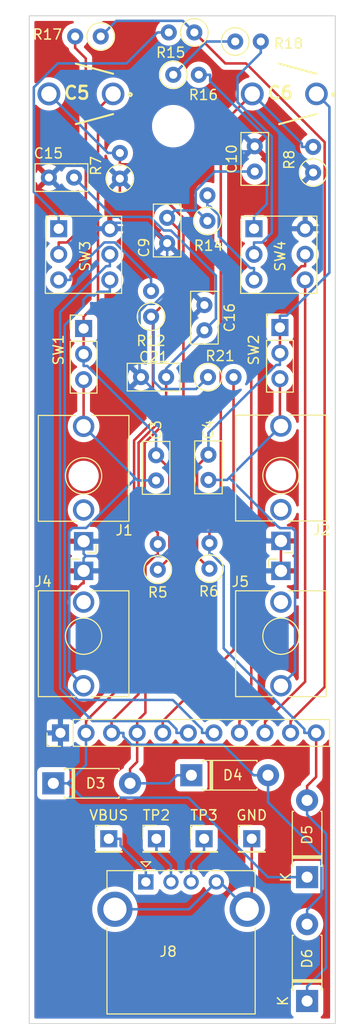
<source format=kicad_pcb>
(kicad_pcb (version 20211014) (generator pcbnew)
  (layers (0 "F.Cu" signal) (31 "B.Cu" signal) (34 "B.Paste" user) (35 "F.Paste" user) (36 "B.SilkS" user "B.Silkscreen") (37 "F.SilkS" user "F.Silkscreen") (38 "B.Mask" user) (39 "F.Mask" user) (44 "Edge.Cuts" user))
  (net 0 "")
  (net 1 "Net-(C3-Pad2)")
  (net 2 "Net-(C12-Pad1)")
  (net 3 "Net-(C4-Pad2)")
  (net 4 "Net-(C13-Pad1)")
  (net 5 "Net-(R15-Pad2)")
  (net 6 "GND")
  (net 7 "Net-(R17-Pad2)")
  (net 8 "GPIO2")
  (net 9 "Net-(R12-Pad2)")
  (net 10 "GPIO3")
  (net 11 "Net-(R16-Pad2)")
  (net 12 "Net-(R18-Pad2)")
  (net 13 "GPIO4")
  (net 14 "Net-(R14-Pad2)")
  (net 15 "GPIO5")
  (net 16 "-3V3")
  (net 17 "+3V3")
  (net 18 "Net-(R11-Pad1)")
  (net 19 "Net-(R13-Pad1)")
  (net 20 "Net-(C19-Pad2)")
  (net 21 "CH2")
  (net 22 "CH1")
  (net 23 "Net-(J8-Pad1)")
  (net 24 "Net-(J11-Pad1)")
  (net 25 "Net-(J10-Pad1)")
  (net 26 "Net-(J7-Pad1)")
  (footprint "Resistor_THT:R_Axial_DIN0207_L6.3mm_D2.5mm_P2.54mm_Vertical" (layer "F.Cu") (at 125.06 62.8)
    (fp_text reference "R18" (at 5.295 0.2) (layer "F.SilkS"))
    (fp_text value "1k")
    (pad "1" thru_hole circle (at 0 0) (size 1.6 1.6) (drill 0.8) (layers *.Cu *.Mask) (net 19 "Net-(R13-Pad1)"))
    (pad "2" thru_hole oval (at 2.54 0) (size 1.6 1.6) (drill 0.8) (layers *.Cu *.Mask) (net 12 "Net-(R18-Pad2)"))
  )
  (footprint "Connector_PinHeader_2.54mm:PinHeader_1x03_P2.54mm_Vertical" (layer "F.Cu") (at 129.5 91.175)
    (fp_text reference "SW2" (at -2.6 2.225 90) (layer "F.SilkS"))
    (fp_text value "AC/DCcoupling")
    (pad "1" thru_hole rect (at 0 0) (size 1.7 1.7) (drill 1) (layers *.Cu *.Mask) (net 3 "Net-(C4-Pad2)"))
    (pad "2" thru_hole oval (at 0 2.54) (size 1.7 1.7) (drill 1) (layers *.Cu *.Mask) (net 3 "Net-(C4-Pad2)"))
    (pad "3" thru_hole oval (at 0 5.08) (size 1.7 1.7) (drill 1) (layers *.Cu *.Mask) (net 21 "CH2"))
  )
  (footprint "toggle_dpdt:toggle_dpdt_mod" (layer "F.Cu") (at 126.925 81.375)
    (fp_text reference "SW4" (at 2.6 2.725 90) (layer "F.SilkS"))
    (fp_text value "Switch±30V/±8V/")
    (pad "1" thru_hole rect (at 0 0) (size 1.7 1.7) (drill 1) (layers *.Cu *.Mask) (net 11 "Net-(R16-Pad2)"))
    (pad "2" thru_hole oval (at 5.08 0) (size 1.7 1.7) (drill 1) (layers *.Cu *.Mask) (net 6 "GND"))
    (pad "3" thru_hole oval (at 0 2.54) (size 1.7 1.7) (drill 1) (layers *.Cu *.Mask) (net 12 "Net-(R18-Pad2)"))
    (pad "4" thru_hole oval (at 5.08 2.54) (size 1.7 1.7) (drill 1) (layers *.Cu *.Mask) (net 13 "GPIO4"))
    (pad "5" thru_hole oval (at 0 5.08) (size 1.7 1.7) (drill 1) (layers *.Cu *.Mask) (net 14 "Net-(R14-Pad2)"))
    (pad "6" thru_hole oval (at 5.08 5.08) (size 1.7 1.7) (drill 1) (layers *.Cu *.Mask) (net 15 "GPIO5"))
  )
  (footprint "Diode_THT:D_DO-41_SOD81_P7.62mm_Horizontal" (layer "F.Cu") (at 120.7 135.6)
    (fp_text reference "D4" (at 4.11 0) (layer "F.SilkS"))
    (fp_text value "D_Schottky")
    (pad "1" thru_hole rect (at 0 0) (size 2.2 2.2) (drill 1.1) (layers *.Cu *.Mask) (net 2 "Net-(C12-Pad1)"))
    (pad "2" thru_hole oval (at 7.62 0) (size 2.2 2.2) (drill 1.1) (layers *.Cu *.Mask) (net 16 "-3V3"))
  )
  (footprint "Capacitor_THT:C_Disc_D5.0mm_W2.5mm_P2.50mm" (layer "F.Cu") (at 118.3 82.8 90)
    (fp_text reference "C9" (at -0.45 -2.3 90) (layer "F.SilkS"))
    (fp_text value "0.1uF")
    (pad "1" thru_hole circle (at 0 0 90) (size 1.6 1.6) (drill 0.8) (layers *.Cu *.Mask) (net 6 "GND"))
    (pad "2" thru_hole circle (at 2.5 0 90) (size 1.6 1.6) (drill 0.8) (layers *.Cu *.Mask) (net 17 "+3V3"))
  )
  (footprint "Resistor_THT:R_Axial_DIN0207_L6.3mm_D2.5mm_P2.54mm_Vertical" (layer "F.Cu") (at 111.7 62.3 180)
    (fp_text reference "R17" (at 5.3 0.2) (layer "F.SilkS"))
    (fp_text value "1k")
    (pad "1" thru_hole circle (at 0 0 180) (size 1.6 1.6) (drill 0.8) (layers *.Cu *.Mask) (net 18 "Net-(R11-Pad1)"))
    (pad "2" thru_hole oval (at 2.54 0 180) (size 1.6 1.6) (drill 0.8) (layers *.Cu *.Mask) (net 7 "Net-(R17-Pad2)"))
  )
  (footprint "Resistor_THT:R_Axial_DIN0207_L6.3mm_D2.5mm_P2.54mm_Vertical" (layer "F.Cu") (at 121 61.9 180)
    (fp_text reference "R15" (at 2.35 -2) (layer "F.SilkS"))
    (fp_text value "180R")
    (pad "1" thru_hole circle (at 0 0 180) (size 1.6 1.6) (drill 0.8) (layers *.Cu *.Mask) (net 18 "Net-(R11-Pad1)"))
    (pad "2" thru_hole oval (at 2.54 0 180) (size 1.6 1.6) (drill 0.8) (layers *.Cu *.Mask) (net 5 "Net-(R15-Pad2)"))
  )
  (footprint "toggle_dpdt:toggle_dpdt_mod" (layer "F.Cu") (at 107.525 81.375)
    (fp_text reference "SW3" (at 2.625 2.725 90) (layer "F.SilkS"))
    (fp_text value "Switch±30V/±8V/")
    (pad "1" thru_hole rect (at 0 0) (size 1.7 1.7) (drill 1) (layers *.Cu *.Mask) (net 5 "Net-(R15-Pad2)"))
    (pad "2" thru_hole oval (at 5.08 0) (size 1.7 1.7) (drill 1) (layers *.Cu *.Mask) (net 6 "GND"))
    (pad "3" thru_hole oval (at 0 2.54) (size 1.7 1.7) (drill 1) (layers *.Cu *.Mask) (net 7 "Net-(R17-Pad2)"))
    (pad "4" thru_hole oval (at 5.08 2.54) (size 1.7 1.7) (drill 1) (layers *.Cu *.Mask) (net 8 "GPIO2"))
    (pad "5" thru_hole oval (at 0 5.08) (size 1.7 1.7) (drill 1) (layers *.Cu *.Mask) (net 9 "Net-(R12-Pad2)"))
    (pad "6" thru_hole oval (at 5.08 5.08) (size 1.7 1.7) (drill 1) (layers *.Cu *.Mask) (net 10 "GPIO3"))
  )
  (footprint "Resistor_THT:R_Axial_DIN0207_L6.3mm_D2.5mm_P2.54mm_Vertical" (layer "F.Cu") (at 118.905 66.1)
    (fp_text reference "R16" (at 2.995 2) (layer "F.SilkS"))
    (fp_text value "180R")
    (pad "1" thru_hole circle (at 0 0) (size 1.6 1.6) (drill 0.8) (layers *.Cu *.Mask) (net 19 "Net-(R13-Pad1)"))
    (pad "2" thru_hole oval (at 2.54 0) (size 1.6 1.6) (drill 0.8) (layers *.Cu *.Mask) (net 11 "Net-(R16-Pad2)"))
  )
  (footprint "Connector_Audio:Jack_3.5mm_QingPu_WQP-PJ398SM_Vertical_CircularHoles" (layer "F.Cu") (at 110 112.38 180)
    (fp_text reference "J1" (at -4.03 1.08) (layer "F.SilkS"))
    (fp_text value "CH1")
    (pad "S" thru_hole rect (at 0 0) (size 1.93 1.83) (drill 1.22) (layers *.Cu *.Mask) (net 6 "GND"))
    (pad "T" thru_hole circle (at 0 11.4) (size 2.13 2.13) (drill 1.43) (layers *.Cu *.Mask) (net 22 "CH1"))
    (pad "TN" thru_hole circle (at 0 3.1) (size 2.13 2.13) (drill 1.42) (layers *.Cu *.Mask))
    (zone (net 0) (net_name "") (layer "F.Cu") (connect_pads (clearance 0)) (min_thickness 0.254)
      (keepout (tracks not_allowed) (vias not_allowed) (pads not_allowed) (copperpour not_allowed) (footprints not_allowed))
      (fill (thermal_gap 0.508) (thermal_bridge_width 0.508))
      (polygon (pts (xy 108.494859 105.9) (xy 108.51507 106.145829) (xy 108.575159 106.385055) (xy 108.673514 106.611256) (xy 108.807492 106.818355) (xy 108.973496 107.00079) (xy 109.167068 107.153664) (xy 109.383008 107.272869) (xy 109.615518 107.355206) (xy 109.858354 107.398461) (xy 110.104993 107.401475) (xy 110.348813 107.364165) (xy 110.583266 107.287534) (xy 110.802054 107.17364) (xy 110.999303 107.025542) (xy 111.169714 106.847216) (xy 111.308712 106.643452) (xy 111.412564 106.419722) (xy 111.478481 106.182035) (xy 111.504692 105.936774) (xy 111.490493 105.690525) (xy 111.436266 105.449901) (xy 111.343468 105.221366) (xy 111.214589 105.011055) (xy 111.053092 104.824618) (xy 110.863313 104.667061) (xy 110.65035 104.542615) (xy 110.419921 104.454623) (xy 110.178215 104.405447) (xy 109.931722 104.396408) (xy 109.687064 104.42775) (xy 109.450809 104.49863) (xy 109.229303 104.607144) (xy 109.028495 104.750379) (xy 108.853777 104.924488) (xy 108.709842 105.124795) (xy 108.600555 105.345921) (xy 108.528851 105.581926) (xy 108.496656 105.826474)))
    )
  )
  (footprint "Connector_PinHeader_2.54mm:PinHeader_1x01_P2.54mm_Vertical" (layer "F.Cu") (at 112.5 141.9)
    (fp_text reference "VBUS" (at 0 -2.33) (layer "F.SilkS"))
    (fp_text value "VBUS")
    (pad "1" thru_hole rect (at 0 0) (size 1.7 1.7) (drill 1) (layers *.Cu *.Mask) (net 23 "Net-(J8-Pad1)"))
  )
  (footprint "Resistor_THT:R_Axial_DIN0207_L6.3mm_D2.5mm_P2.54mm_Vertical" (layer "F.Cu") (at 117.3667 115.2 90)
    (fp_text reference "R5" (at -2.26 0 180) (layer "F.SilkS"))
    (fp_text value "1M")
    (pad "1" thru_hole circle (at 0 0 90) (size 1.6 1.6) (drill 0.8) (layers *.Cu *.Mask) (net 1 "Net-(C3-Pad2)"))
    (pad "2" thru_hole oval (at 2.54 0 90) (size 1.6 1.6) (drill 0.8) (layers *.Cu *.Mask) (net 2 "Net-(C12-Pad1)"))
  )
  (footprint "Capacitor_THT:C_Disc_D5.0mm_W2.5mm_P2.50mm" (layer "F.Cu") (at 118.2 96.1 180)
    (fp_text reference "C21" (at 1.245 2) (layer "F.SilkS"))
    (fp_text value "10uF")
    (pad "1" thru_hole circle (at 0 0 180) (size 1.6 1.6) (drill 0.8) (layers *.Cu *.Mask) (net 16 "-3V3"))
    (pad "2" thru_hole circle (at 2.5 0 180) (size 1.6 1.6) (drill 0.8) (layers *.Cu *.Mask) (net 6 "GND"))
  )
  (footprint "Connector_PinHeader_2.54mm:PinHeader_1x11_P2.54mm_Vertical" (layer "F.Cu") (at 107.7 131.4 90)
    (fp_text reference "REF5")
    (fp_text value "PinHeader_1x11_P2.54mm_Vertical")
    (pad "1" thru_hole rect (at 0 0 90) (size 1.7 1.7) (drill 1) (layers *.Cu *.Mask) (net 6 "GND"))
    (pad "2" thru_hole oval (at 0 2.54 90) (size 1.7 1.7) (drill 1) (layers *.Cu *.Mask) (net 17 "+3V3"))
    (pad "3" thru_hole oval (at 0 5.08 90) (size 1.7 1.7) (drill 1) (layers *.Cu *.Mask) (net 16 "-3V3"))
    (pad "4" thru_hole oval (at 0 7.62 90) (size 1.7 1.7) (drill 1) (layers *.Cu *.Mask) (net 2 "Net-(C12-Pad1)"))
    (pad "5" thru_hole oval (at 0 10.16 90) (size 1.7 1.7) (drill 1) (layers *.Cu *.Mask) (net 20 "Net-(C19-Pad2)"))
    (pad "6" thru_hole oval (at 0 12.7 90) (size 1.7 1.7) (drill 1) (layers *.Cu *.Mask) (net 8 "GPIO2"))
    (pad "7" thru_hole oval (at 0 15.24 90) (size 1.7 1.7) (drill 1) (layers *.Cu *.Mask) (net 10 "GPIO3"))
    (pad "8" thru_hole oval (at 0 17.78 90) (size 1.7 1.7) (drill 1) (layers *.Cu *.Mask) (net 13 "GPIO4"))
    (pad "9" thru_hole oval (at 0 20.32 90) (size 1.7 1.7) (drill 1) (layers *.Cu *.Mask) (net 15 "GPIO5"))
    (pad "10" thru_hole oval (at 0 22.86 90) (size 1.7 1.7) (drill 1) (layers *.Cu *.Mask) (net 18 "Net-(R11-Pad1)"))
    (pad "11" thru_hole oval (at 0 25.4 90) (size 1.7 1.7) (drill 1) (layers *.Cu *.Mask) (net 4 "Net-(C13-Pad1)"))
  )
  (footprint "Capacitor_THT:C_Disc_D5.0mm_W2.5mm_P2.50mm" (layer "F.Cu") (at 117.2 106.35 90)
    (fp_text reference "C3" (at 5 0 90) (layer "F.SilkS"))
    (fp_text value "0.1uF")
    (pad "1" thru_hole circle (at 0 0 90) (size 1.6 1.6) (drill 0.8) (layers *.Cu *.Mask) (net 22 "CH1"))
    (pad "2" thru_hole circle (at 2.5 0 90) (size 1.6 1.6) (drill 0.8) (layers *.Cu *.Mask) (net 1 "Net-(C3-Pad2)"))
  )
  (footprint "Resistor_THT:R_Axial_DIN0207_L6.3mm_D2.5mm_P2.54mm_Vertical" (layer "F.Cu") (at 116.7 90.1 90)
    (fp_text reference "R12" (at -2.4 0 180) (layer "F.SilkS"))
    (fp_text value "15k")
    (pad "1" thru_hole circle (at 0 0 90) (size 1.6 1.6) (drill 0.8) (layers *.Cu *.Mask) (net 17 "+3V3"))
    (pad "2" thru_hole oval (at 2.54 0 90) (size 1.6 1.6) (drill 0.8) (layers *.Cu *.Mask) (net 9 "Net-(R12-Pad2)"))
  )
  (footprint "Connector_PinHeader_2.54mm:PinHeader_1x01_P2.54mm_Vertical" (layer "F.Cu") (at 117.2333 141.9)
    (fp_text reference "TP2" (at 0 -2.33) (layer "F.SilkS"))
    (fp_text value "TP2")
    (pad "1" thru_hole rect (at 0 0) (size 1.7 1.7) (drill 1) (layers *.Cu *.Mask) (net 24 "Net-(J11-Pad1)"))
  )
  (footprint "Capacitor_THT:C_Disc_D5.0mm_W2.5mm_P2.50mm" (layer "F.Cu") (at 122 88.95 -90)
    (fp_text reference "C16" (at 1.25 -2.5 90) (layer "F.SilkS"))
    (fp_text value "0.1uF")
    (pad "1" thru_hole circle (at 0 0 270) (size 1.6 1.6) (drill 0.8) (layers *.Cu *.Mask) (net 6 "GND"))
    (pad "2" thru_hole circle (at 2.5 0 270) (size 1.6 1.6) (drill 0.8) (layers *.Cu *.Mask) (net 16 "-3V3"))
  )
  (footprint "Resistor_THT:R_Axial_DIN0207_L6.3mm_D2.5mm_P2.54mm_Vertical" (layer "F.Cu") (at 122.5 115.1 90)
    (fp_text reference "R6" (at -2.26 -0.066666 180) (layer "F.SilkS"))
    (fp_text value "1M")
    (pad "1" thru_hole circle (at 0 0 90) (size 1.6 1.6) (drill 0.8) (layers *.Cu *.Mask) (net 3 "Net-(C4-Pad2)"))
    (pad "2" thru_hole oval (at 2.54 0 90) (size 1.6 1.6) (drill 0.8) (layers *.Cu *.Mask) (net 4 "Net-(C13-Pad1)"))
  )
  (footprint "Connector_USB:USB_A_CONNFLY_DS1095-WNR0" (layer "F.Cu") (at 116.18 146.185)
    (fp_text reference "J8" (at 2.22 6.915) (layer "F.SilkS"))
    (fp_text value "USB_A")
    (pad "1" thru_hole rect (at 0 0) (size 1.524 1.524) (drill 0.92) (layers *.Cu *.Mask) (net 23 "Net-(J8-Pad1)"))
    (pad "2" thru_hole circle (at 2.5 0) (size 1.524 1.524) (drill 0.92) (layers *.Cu *.Mask) (net 24 "Net-(J11-Pad1)"))
    (pad "3" thru_hole circle (at 4.5 0) (size 1.524 1.524) (drill 0.92) (layers *.Cu *.Mask) (net 25 "Net-(J10-Pad1)"))
    (pad "4" thru_hole circle (at 7 0) (size 1.524 1.524) (drill 0.92) (layers *.Cu *.Mask) (net 26 "Net-(J7-Pad1)"))
    (pad "5" thru_hole circle (at 10.07 2.71) (size 3.5 3.5) (drill 2.3) (layers *.Cu *.Mask) (net 26 "Net-(J7-Pad1)"))
    (pad "5" thru_hole circle (at -3.07 2.71) (size 3.5 3.5) (drill 2.3) (layers *.Cu *.Mask) (net 26 "Net-(J7-Pad1)"))
  )
  (footprint "Connector_PinHeader_2.54mm:PinHeader_1x01_P2.54mm_Vertical" (layer "F.Cu") (at 126.7 141.9)
    (fp_text reference "GND" (at 0 -2.33) (layer "F.SilkS"))
    (fp_text value "GND")
    (pad "1" thru_hole rect (at 0 0) (size 1.7 1.7) (drill 1) (layers *.Cu *.Mask) (net 26 "Net-(J7-Pad1)"))
  )
  (footprint "MountingHole:MountingHole_3.2mm_M3" (layer "F.Cu") (at 118.9 71.2)
    (fp_text reference "REF1")
    (fp_text value "MountingHole_3.2mm_M3")
    (pad "" np_thru_hole circle (at 0 0) (size 3.2 3.2) (drill 3.2) (layers *.Cu *.Mask))
  )
  (footprint "Connector_Audio:Jack_3.5mm_QingPu_WQP-PJ398SM_Vertical_CircularHoles" (layer "F.Cu") (at 110 115.32)
    (fp_text reference "J4" (at -4.03 1.08 180) (layer "F.SilkS"))
    (fp_text value "CH1_Through")
    (pad "S" thru_hole rect (at 0 0 180) (size 1.93 1.83) (drill 1.22) (layers *.Cu *.Mask) (net 6 "GND"))
    (pad "T" thru_hole circle (at 0 11.4 180) (size 2.13 2.13) (drill 1.43) (layers *.Cu *.Mask) (net 22 "CH1"))
    (pad "TN" thru_hole circle (at 0 3.1 180) (size 2.13 2.13) (drill 1.42) (layers *.Cu *.Mask))
    (zone (net 0) (net_name "") (layer "F.Cu") (connect_pads (clearance 0)) (min_thickness 0.254)
      (keepout (tracks not_allowed) (vias not_allowed) (pads not_allowed) (copperpour not_allowed) (footprints not_allowed))
      (fill (thermal_gap 0.508) (thermal_bridge_width 0.508))
      (polygon (pts (xy 111.505141 121.8) (xy 111.48493 121.554171) (xy 111.424841 121.314945) (xy 111.326486 121.088744) (xy 111.192508 120.881645) (xy 111.026504 120.69921) (xy 110.832932 120.546336) (xy 110.616992 120.427131) (xy 110.384482 120.344794) (xy 110.141646 120.301539) (xy 109.895007 120.298525) (xy 109.651187 120.335835) (xy 109.416734 120.412466) (xy 109.197946 120.52636) (xy 109.000697 120.674458) (xy 108.830286 120.852784) (xy 108.691288 121.056548) (xy 108.587436 121.280278) (xy 108.521519 121.517965) (xy 108.495308 121.763226) (xy 108.509507 122.009475) (xy 108.563734 122.250099) (xy 108.656532 122.478634) (xy 108.785411 122.688945) (xy 108.946908 122.875382) (xy 109.136687 123.032939) (xy 109.34965 123.157385) (xy 109.580079 123.245377) (xy 109.821785 123.294553) (xy 110.068278 123.303592) (xy 110.312936 123.27225) (xy 110.549191 123.20137) (xy 110.770697 123.092856) (xy 110.971505 122.949621) (xy 111.146223 122.775512) (xy 111.290158 122.575205) (xy 111.399445 122.354079) (xy 111.471149 122.118074) (xy 111.503344 121.873526)))
    )
  )
  (footprint "Diode_THT:D_DO-41_SOD81_P7.62mm_Horizontal" (layer "F.Cu") (at 106.99 136.4)
    (fp_text reference "D3" (at 4.2 0) (layer "F.SilkS"))
    (fp_text value "D_Schottky")
    (pad "1" thru_hole rect (at 0 0) (size 2.2 2.2) (drill 1.1) (layers *.Cu *.Mask) (net 17 "+3V3"))
    (pad "2" thru_hole oval (at 7.62 0) (size 2.2 2.2) (drill 1.1) (layers *.Cu *.Mask) (net 2 "Net-(C12-Pad1)"))
  )
  (footprint "Diode_THT:D_DO-41_SOD81_P7.62mm_Horizontal" (layer "F.Cu") (at 132.2 158 90)
    (fp_text reference "D6" (at 4.21 0 90) (layer "F.SilkS"))
    (fp_text value "D_Schottky")
    (fp_text user "K" (at 0.01 -2.4 90) (layer "F.SilkS"))
    (pad "1" thru_hole rect (at 0 0 90) (size 2.2 2.2) (drill 1.1) (layers *.Cu *.Mask) (net 4 "Net-(C13-Pad1)"))
    (pad "2" thru_hole oval (at 7.62 0 90) (size 2.2 2.2) (drill 1.1) (layers *.Cu *.Mask) (net 16 "-3V3"))
  )
  (footprint "Capacitor_THT:C_Disc_D5.0mm_W2.5mm_P2.50mm" (layer "F.Cu") (at 127 73.2 -90)
    (fp_text reference "C10" (at 1.25 2.3 90) (layer "F.SilkS"))
    (fp_text value "0.1uF")
    (pad "1" thru_hole circle (at 0 0 270) (size 1.6 1.6) (drill 0.8) (layers *.Cu *.Mask) (net 6 "GND"))
    (pad "2" thru_hole circle (at 2.5 0 270) (size 1.6 1.6) (drill 0.8) (layers *.Cu *.Mask) (net 17 "+3V3"))
  )
  (footprint "Capacitor_THT:C_Disc_D5.0mm_W2.5mm_P2.50mm" (layer "F.Cu") (at 106.55 76.3)
    (fp_text reference "C15" (at -0.05 -2.4) (layer "F.SilkS"))
    (fp_text value "0.1uF")
    (pad "1" thru_hole circle (at 0 0) (size 1.6 1.6) (drill 0.8) (layers *.Cu *.Mask) (net 6 "GND"))
    (pad "2" thru_hole circle (at 2.5 0) (size 1.6 1.6) (drill 0.8) (layers *.Cu *.Mask) (net 16 "-3V3"))
  )
  (footprint "Connector_PinHeader_2.54mm:PinHeader_1x03_P2.54mm_Vertical" (layer "F.Cu") (at 110 91.275)
    (fp_text reference "SW1" (at -2.5 2.125 90) (layer "F.SilkS"))
    (fp_text value "AC/DCcoupling")
    (pad "1" thru_hole rect (at 0 0) (size 1.7 1.7) (drill 1) (layers *.Cu *.Mask) (net 1 "Net-(C3-Pad2)"))
    (pad "2" thru_hole oval (at 0 2.54) (size 1.7 1.7) (drill 1) (layers *.Cu *.Mask) (net 1 "Net-(C3-Pad2)"))
    (pad "3" thru_hole oval (at 0 5.08) (size 1.7 1.7) (drill 1) (layers *.Cu *.Mask) (net 22 "CH1"))
  )
  (footprint "Resistor_THT:R_Axial_DIN0207_L6.3mm_D2.5mm_P2.54mm_Vertical" (layer "F.Cu") (at 132.8 75.8 90)
    (fp_text reference "R8" (at 1.27 -2.37 90) (layer "F.SilkS"))
    (fp_text value "100k")
    (pad "1" thru_hole circle (at 0 0 90) (size 1.6 1.6) (drill 0.8) (layers *.Cu *.Mask) (net 6 "GND"))
    (pad "2" thru_hole oval (at 2.54 0 90) (size 1.6 1.6) (drill 0.8) (layers *.Cu *.Mask) (net 4 "Net-(C13-Pad1)"))
  )
  (footprint "Connector_Audio:Jack_3.5mm_QingPu_WQP-PJ398SM_Vertical_CircularHoles" (layer "F.Cu") (at 129.6 112.35 180)
    (fp_text reference "J2" (at -4.03 1.08) (layer "F.SilkS"))
    (fp_text value "CH2")
    (pad "S" thru_hole rect (at 0 0) (size 1.93 1.83) (drill 1.22) (layers *.Cu *.Mask) (net 6 "GND"))
    (pad "T" thru_hole circle (at 0 11.4) (size 2.13 2.13) (drill 1.43) (layers *.Cu *.Mask) (net 21 "CH2"))
    (pad "TN" thru_hole circle (at 0 3.1) (size 2.13 2.13) (drill 1.42) (layers *.Cu *.Mask))
    (zone (net 0) (net_name "") (layer "F.Cu") (connect_pads (clearance 0)) (min_thickness 0.254)
      (keepout (tracks not_allowed) (vias not_allowed) (pads not_allowed) (copperpour not_allowed) (footprints not_allowed))
      (fill (thermal_gap 0.508) (thermal_bridge_width 0.508))
      (polygon (pts (xy 128.094859 105.87) (xy 128.11507 106.115829) (xy 128.175159 106.355055) (xy 128.273514 106.581256) (xy 128.407492 106.788355) (xy 128.573496 106.97079) (xy 128.767068 107.123664) (xy 128.983008 107.242869) (xy 129.215518 107.325206) (xy 129.458354 107.368461) (xy 129.704993 107.371475) (xy 129.948813 107.334165) (xy 130.183266 107.257534) (xy 130.402054 107.14364) (xy 130.599303 106.995542) (xy 130.769714 106.817216) (xy 130.908712 106.613452) (xy 131.012564 106.389722) (xy 131.078481 106.152035) (xy 131.104692 105.906774) (xy 131.090493 105.660525) (xy 131.036266 105.419901) (xy 130.943468 105.191366) (xy 130.814589 104.981055) (xy 130.653092 104.794618) (xy 130.463313 104.637061) (xy 130.25035 104.512615) (xy 130.019921 104.424623) (xy 129.778215 104.375447) (xy 129.531722 104.366408) (xy 129.287064 104.39775) (xy 129.050809 104.46863) (xy 128.829303 104.577144) (xy 128.628495 104.720379) (xy 128.453777 104.894488) (xy 128.309842 105.094795) (xy 128.200555 105.315921) (xy 128.128851 105.551926) (xy 128.096656 105.796474)))
    )
  )
  (footprint "Resistor_THT:R_Axial_DIN0207_L6.3mm_D2.5mm_P2.54mm_Vertical" (layer "F.Cu") (at 113.6 76.4 90)
    (fp_text reference "R7" (at 1.27 -2.37 90) (layer "F.SilkS"))
    (fp_text value "100k")
    (pad "1" thru_hole circle (at 0 0 90) (size 1.6 1.6) (drill 0.8) (layers *.Cu *.Mask) (net 6 "GND"))
    (pad "2" thru_hole oval (at 2.54 0 90) (size 1.6 1.6) (drill 0.8) (layers *.Cu *.Mask) (net 2 "Net-(C12-Pad1)"))
  )
  (footprint "Connector_Audio:Jack_3.5mm_QingPu_WQP-PJ398SM_Vertical_CircularHoles" (layer "F.Cu") (at 129.6 115.32)
    (fp_text reference "J5" (at -4.03 1.08 180) (layer "F.SilkS"))
    (fp_text value "CH2_Through")
    (pad "S" thru_hole rect (at 0 0 180) (size 1.93 1.83) (drill 1.22) (layers *.Cu *.Mask) (net 6 "GND"))
    (pad "T" thru_hole circle (at 0 11.4 180) (size 2.13 2.13) (drill 1.43) (layers *.Cu *.Mask) (net 21 "CH2"))
    (pad "TN" thru_hole circle (at 0 3.1 180) (size 2.13 2.13) (drill 1.42) (layers *.Cu *.Mask))
    (zone (net 0) (net_name "") (layer "F.Cu") (connect_pads (clearance 0)) (min_thickness 0.254)
      (keepout (tracks not_allowed) (vias not_allowed) (pads not_allowed) (copperpour not_allowed) (footprints not_allowed))
      (fill (thermal_gap 0.508) (thermal_bridge_width 0.508))
      (polygon (pts (xy 131.105141 121.8) (xy 131.08493 121.554171) (xy 131.024841 121.314945) (xy 130.926486 121.088744) (xy 130.792508 120.881645) (xy 130.626504 120.69921) (xy 130.432932 120.546336) (xy 130.216992 120.427131) (xy 129.984482 120.344794) (xy 129.741646 120.301539) (xy 129.495007 120.298525) (xy 129.251187 120.335835) (xy 129.016734 120.412466) (xy 128.797946 120.52636) (xy 128.600697 120.674458) (xy 128.430286 120.852784) (xy 128.291288 121.056548) (xy 128.187436 121.280278) (xy 128.121519 121.517965) (xy 128.095308 121.763226) (xy 128.109507 122.009475) (xy 128.163734 122.250099) (xy 128.256532 122.478634) (xy 128.385411 122.688945) (xy 128.546908 122.875382) (xy 128.736687 123.032939) (xy 128.94965 123.157385) (xy 129.180079 123.245377) (xy 129.421785 123.294553) (xy 129.668278 123.303592) (xy 129.912936 123.27225) (xy 130.149191 123.20137) (xy 130.370697 123.092856) (xy 130.571505 122.949621) (xy 130.746223 122.775512) (xy 130.890158 122.575205) (xy 130.999445 122.354079) (xy 131.071149 122.118074) (xy 131.103344 121.873526)))
    )
  )
  (footprint "Connector_PinHeader_2.54mm:PinHeader_1x01_P2.54mm_Vertical" (layer "F.Cu") (at 121.9667 141.9)
    (fp_text reference "TP3" (at 0 -2.33) (layer "F.SilkS"))
    (fp_text value "TP3")
    (pad "1" thru_hole rect (at 0 0) (size 1.7 1.7) (drill 1) (layers *.Cu *.Mask) (net 25 "Net-(J10-Pad1)"))
  )
  (footprint "variable_capacitor:TZ03_B_" (layer "F.Cu") (at 133.1295 68)
    (fp_text reference "C6" (at -3.597 -0.104) (layer "F.SilkS") (effects (font (size 1.27 1.27) (thickness 0.254))))
    (fp_text value "30pF" hide)
    (pad "1" thru_hole circle locked (at 0 0) (size 2.25 2.25) (drill 1.52) (layers *.Cu *.Mask) (net 3 "Net-(C4-Pad2)"))
    (pad "2" thru_hole circle locked (at -6.375 0) (size 2.28 2.28) (drill 1.53) (layers *.Cu *.Mask) (net 4 "Net-(C13-Pad1)"))
  )
  (footprint "Capacitor_THT:C_Disc_D5.0mm_W2.5mm_P2.50mm" (layer "F.Cu") (at 122.4 106.3 90)
    (fp_text reference "C4" (at 5 0 90) (layer "F.SilkS"))
    (fp_text value "0.1uF")
    (pad "1" thru_hole circle (at 0 0 90) (size 1.6 1.6) (drill 0.8) (layers *.Cu *.Mask) (net 21 "CH2"))
    (pad "2" thru_hole circle (at 2.5 0 90) (size 1.6 1.6) (drill 0.8) (layers *.Cu *.Mask) (net 3 "Net-(C4-Pad2)"))
  )
  (footprint "variable_capacitor:TZ03_B_" (layer "F.Cu") (at 112.9295 68)
    (fp_text reference "C5" (at -3.597 -0.104) (layer "F.SilkS") (effects (font (size 1.27 1.27) (thickness 0.254))))
    (fp_text value "30pF" hide)
    (pad "1" thru_hole circle locked (at 0 0) (size 2.25 2.25) (drill 1.52) (layers *.Cu *.Mask) (net 1 "Net-(C3-Pad2)"))
    (pad "2" thru_hole circle locked (at -6.375 0) (size 2.28 2.28) (drill 1.53) (layers *.Cu *.Mask) (net 2 "Net-(C12-Pad1)"))
  )
  (footprint "Resistor_THT:R_Axial_DIN0207_L6.3mm_D2.5mm_P2.54mm_Vertical" (layer "F.Cu") (at 122.3 80.6 90)
    (fp_text reference "R14" (at -2.455 0.1 180) (layer "F.SilkS"))
    (fp_text value "15k")
    (pad "1" thru_hole circle (at 0 0 90) (size 1.6 1.6) (drill 0.8) (layers *.Cu *.Mask) (net 17 "+3V3"))
    (pad "2" thru_hole oval (at 2.54 0 90) (size 1.6 1.6) (drill 0.8) (layers *.Cu *.Mask) (net 14 "Net-(R14-Pad2)"))
  )
  (footprint "Diode_THT:D_DO-41_SOD81_P7.62mm_Horizontal" (layer "F.Cu") (at 132.2 145.71 90)
    (fp_text reference "D5" (at 4.2 0 90) (layer "F.SilkS"))
    (fp_text value "D_Schottky")
    (fp_text user "K" (at 0 -2.1 90) (layer "F.SilkS"))
    (pad "1" thru_hole rect (at 0 0 90) (size 2.2 2.2) (drill 1.1) (layers *.Cu *.Mask) (net 17 "+3V3"))
    (pad "2" thru_hole oval (at 7.62 0 90) (size 2.2 2.2) (drill 1.1) (layers *.Cu *.Mask) (net 4 "Net-(C13-Pad1)"))
  )
  (footprint "Resistor_THT:R_Axial_DIN0207_L6.3mm_D2.5mm_P2.54mm_Vertical" (layer "F.Cu") (at 122.355 96.1)
    (fp_text reference "R21" (at 1.2 -2.1) (layer "F.SilkS"))
    (fp_text value "15k")
    (pad "1" thru_hole circle (at 0 0) (size 1.6 1.6) (drill 0.8) (layers *.Cu *.Mask) (net 17 "+3V3"))
    (pad "2" thru_hole oval (at 2.54 0) (size 1.6 1.6) (drill 0.8) (layers *.Cu *.Mask) (net 20 "Net-(C19-Pad2)"))
  )
  (gr_line (start 104.6 160.25) (end 104.6 60.25) (layer "Edge.Cuts") (width 0.1))
  (gr_line (start 104.6 160.25) (end 135 160.25) (layer "Edge.Cuts") (width 0.1))
  (gr_line (start 104.6 60.25) (end 135 60.25) (layer "Edge.Cuts") (width 0.1))
  (gr_line (start 135 60.25) (end 135 160.25) (layer "Edge.Cuts") (width 0.1))
  (segment (start 117.2 103.85) (end 118.5162 105.1662) (width 0.25) (layer "F.Cu") (net 1))
  (segment (start 110 93.815) (end 110 91.275) (width 0.25) (layer "F.Cu") (net 1))
  (segment (start 118.5162 114.0505) (end 117.3667 115.2) (width 0.25) (layer "F.Cu") (net 1))
  (segment (start 110 90.0999) (end 111.4294 88.6705) (width 0.25) (layer "F.Cu") (net 1))
  (segment (start 111.4294 88.6705) (end 111.4294 69.5001) (width 0.25) (layer "F.Cu") (net 1))
  (segment (start 110 91.275) (end 110 90.0999) (width 0.25) (layer "F.Cu") (net 1))
  (segment (start 111.4294 69.5001) (end 112.9295 68) (width 0.25) (layer "F.Cu") (net 1))
  (segment (start 118.5162 105.1662) (end 118.5162 114.0505) (width 0.25) (layer "F.Cu") (net 1))
  (segment (start 110 94.9901) (end 110.3672 94.9901) (width 0.25) (layer "B.Cu") (net 1))
  (segment (start 117.2 101.8229) (end 117.2 103.85) (width 0.25) (layer "B.Cu") (net 1))
  (segment (start 110 93.815) (end 110 94.9901) (width 0.25) (layer "B.Cu") (net 1))
  (segment (start 110.3672 94.9901) (end 117.2 101.8229) (width 0.25) (layer "B.Cu") (net 1))
  (segment (start 114.61 134.9749) (end 115.32 134.2649) (width 0.25) (layer "F.Cu") (net 2))
  (segment (start 119.9159 80.3165) (end 114.5845 74.9851) (width 0.25) (layer "F.Cu") (net 2))
  (segment (start 116.1387 129.4062) (end 115.32 130.2249) (width 0.25) (layer "F.Cu") (net 2))
  (segment (start 119.9159 98.7852) (end 119.9159 80.3165) (width 0.25) (layer "F.Cu") (net 2))
  (segment (start 115.32 134.2649) (end 115.32 131.4) (width 0.25) (layer "F.Cu") (net 2))
  (segment (start 116.0638 110.232) (end 116.0638 102.6373) (width 0.25) (layer "F.Cu") (net 2))
  (segment (start 117.3667 113.7851) (end 117.1513 113.7851) (width 0.25) (layer "F.Cu") (net 2))
  (segment (start 117.1513 113.7851) (end 116.1387 114.7977) (width 0.25) (layer "F.Cu") (net 2))
  (segment (start 114.61 136.4) (end 114.61 134.9749) (width 0.25) (layer "F.Cu") (net 2))
  (segment (start 116.1387 114.7977) (end 116.1387 129.4062) (width 0.25) (layer "F.Cu") (net 2))
  (segment (start 114.5845 74.9851) (end 113.6 74.9851) (width 0.25) (layer "F.Cu") (net 2))
  (segment (start 115.32 131.4) (end 115.32 130.2249) (width 0.25) (layer "F.Cu") (net 2))
  (segment (start 113.6 73.86) (end 113.6 74.9851) (width 0.25) (layer "F.Cu") (net 2))
  (segment (start 117.3667 112.66) (end 117.3667 111.5349) (width 0.25) (layer "F.Cu") (net 2))
  (segment (start 117.3667 112.66) (end 117.3667 113.7851) (width 0.25) (layer "F.Cu") (net 2))
  (segment (start 117.3667 111.5349) (end 116.0638 110.232) (width 0.25) (layer "F.Cu") (net 2))
  (segment (start 116.0638 102.6373) (end 119.9159 98.7852) (width 0.25) (layer "F.Cu") (net 2))
  (segment (start 118.4749 136.4) (end 119.2749 135.6) (width 0.25) (layer "B.Cu") (net 2))
  (segment (start 114.61 136.4) (end 118.4749 136.4) (width 0.25) (layer "B.Cu") (net 2))
  (segment (start 120.7 135.6) (end 119.2749 135.6) (width 0.25) (layer "B.Cu") (net 2))
  (segment (start 106.5545 68) (end 112.4145 73.86) (width 0.25) (layer "B.Cu") (net 2))
  (segment (start 112.4145 73.86) (end 113.6 73.86) (width 0.25) (layer "B.Cu") (net 2))
  (segment (start 122.5 115.1) (end 121.2722 113.8722) (width 0.25) (layer "F.Cu") (net 3))
  (segment (start 121.2722 104.9278) (end 122.4 103.8) (width 0.25) (layer "F.Cu") (net 3))
  (segment (start 121.2722 113.8722) (end 121.2722 104.9278) (width 0.25) (layer "F.Cu") (net 3))
  (segment (start 129.5 93.715) (end 129.5 91.175) (width 0.25) (layer "F.Cu") (net 3))
  (segment (start 129.1347 94.8901) (end 129.5 94.8901) (width 0.25) (layer "B.Cu") (net 3))
  (segment (start 130.161 89.9999) (end 134.4133 85.7476) (width 0.25) (layer "B.Cu") (net 3))
  (segment (start 129.5 91.175) (end 129.5 89.9999) (width 0.25) (layer "B.Cu") (net 3))
  (segment (start 129.5 93.715) (end 129.5 94.8901) (width 0.25) (layer "B.Cu") (net 3))
  (segment (start 122.4 103.8) (end 122.4 101.6248) (width 0.25) (layer "B.Cu") (net 3))
  (segment (start 134.4133 85.7476) (end 134.4133 69.2838) (width 0.25) (layer "B.Cu") (net 3))
  (segment (start 134.4133 69.2838) (end 133.1295 68) (width 0.25) (layer "B.Cu") (net 3))
  (segment (start 129.5 89.9999) (end 130.161 89.9999) (width 0.25) (layer "B.Cu") (net 3))
  (segment (start 122.4 101.6248) (end 129.1347 94.8901) (width 0.25) (layer "B.Cu") (net 3))
  (segment (start 122.5 112.56) (end 122.5 111.4349) (width 0.25) (layer "F.Cu") (net 4))
  (segment (start 123.625 71.1295) (end 126.7545 68) (width 0.25) (layer "F.Cu") (net 4))
  (segment (start 123.625 110.3099) (end 123.625 71.1295) (width 0.25) (layer "F.Cu") (net 4))
  (segment (start 132.2 136.6649) (end 133.1 135.7649) (width 0.25) (layer "F.Cu") (net 4))
  (segment (start 122.5 111.4349) (end 123.625 110.3099) (width 0.25) (layer "F.Cu") (net 4))
  (segment (start 132.2 138.09) (end 132.2 136.6649) (width 0.25) (layer "F.Cu") (net 4))
  (segment (start 133.1 135.7649) (end 133.1 131.4) (width 0.25) (layer "F.Cu") (net 4))
  (segment (start 122.7331 113.6851) (end 122.5 113.6851) (width 0.25) (layer "B.Cu") (net 4))
  (segment (start 131.9249 131.4) (end 131.9249 131.0222) (width 0.25) (layer "B.Cu") (net 4))
  (segment (start 134.0926 154.6823) (end 134.0926 141.4077) (width 0.25) (layer "B.Cu") (net 4))
  (segment (start 133.1 131.4) (end 131.9249 131.4) (width 0.25) (layer "B.Cu") (net 4))
  (segment (start 131.9249 131.0222) (end 123.9148 123.0121) (width 0.25) (layer "B.Cu") (net 4))
  (segment (start 123.9148 123.0121) (end 123.9148 114.8668) (width 0.25) (layer "B.Cu") (net 4))
  (segment (start 131.6749 72.9204) (end 131.6749 73.26) (width 0.25) (layer "B.Cu") (net 4))
  (segment (start 132.8 73.26) (end 131.6749 73.26) (width 0.25) (layer "B.Cu") (net 4))
  (segment (start 132.2 156.5749) (end 134.0926 154.6823) (width 0.25) (layer "B.Cu") (net 4))
  (segment (start 123.9148 114.8668) (end 122.7331 113.6851) (width 0.25) (layer "B.Cu") (net 4))
  (segment (start 122.5 112.56) (end 122.5 113.6851) (width 0.25) (layer "B.Cu") (net 4))
  (segment (start 132.2 138.09) (end 132.2 139.5151) (width 0.25) (layer "B.Cu") (net 4))
  (segment (start 132.2 158) (end 132.2 156.5749) (width 0.25) (layer "B.Cu") (net 4))
  (segment (start 126.7545 68) (end 131.6749 72.9204) (width 0.25) (layer "B.Cu") (net 4))
  (segment (start 134.0926 141.4077) (end 132.2 139.5151) (width 0.25) (layer "B.Cu") (net 4))
  (segment (start 105.0544 77.7293) (end 105.0544 67.3481) (width 0.25) (layer "B.Cu") (net 5))
  (segment (start 105.0544 67.3481) (end 107.4277 64.9748) (width 0.25) (layer "B.Cu") (net 5))
  (segment (start 107.4277 64.9748) (end 114.2601 64.9748) (width 0.25) (layer "B.Cu") (net 5))
  (segment (start 107.525 81.375) (end 107.525 80.1999) (width 0.25) (layer "B.Cu") (net 5))
  (segment (start 118.46 61.9) (end 117.3349 61.9) (width 0.25) (layer "B.Cu") (net 5))
  (segment (start 107.525 80.1999) (end 105.0544 77.7293) (width 0.25) (layer "B.Cu") (net 5))
  (segment (start 114.2601 64.9748) (end 117.3349 61.9) (width 0.25) (layer "B.Cu") (net 5))
  (segment (start 112.605 80.1999) (end 113.6 79.2049) (width 0.25) (layer "F.Cu") (net 6))
  (segment (start 130.395 76.595) (end 132.005 76.595) (width 0.25) (layer "F.Cu") (net 6))
  (segment (start 110 115.32) (end 110 116.5601) (width 0.25) (layer "F.Cu") (net 6))
  (segment (start 127 73.2) (end 130.395 76.595) (width 0.25) (layer "F.Cu") (net 6))
  (segment (start 112.605 81.375) (end 112.605 80.1999) (width 0.25) (layer "F.Cu") (net 6))
  (segment (start 129.6 115.32) (end 129.6 112.35) (width 0.25) (layer "F.Cu") (net 6))
  (segment (start 107.7 131.4) (end 107.7 118.7051) (width 0.25) (layer "F.Cu") (net 6))
  (segment (start 109.845 116.5601) (end 110 116.5601) (width 0.25) (layer "F.Cu") (net 6))
  (segment (start 113.6 79.2049) (end 113.6 76.4) (width 0.25) (layer "F.Cu") (net 6))
  (segment (start 107.7 118.7051) (end 109.845 116.5601) (width 0.25) (layer "F.Cu") (net 6))
  (segment (start 132.005 76.595) (end 132.005 81.375) (width 0.25) (layer "F.Cu") (net 6))
  (segment (start 132.8 75.8) (end 132.005 76.595) (width 0.25) (layer "F.Cu") (net 6))
  (segment (start 116.3129 88.83) (end 117.0293 88.83) (width 0.25) (layer "B.Cu") (net 6))
  (segment (start 119.4547 86.4046) (end 118.3 85.25) (width 0.25) (layer "B.Cu") (net 6))
  (segment (start 118.5811 113.096) (end 118.5811 111.4242) (width 0.25) (layer "B.Cu") (net 6))
  (segment (start 127 73.2) (end 126.5 73.7) (width 0.25) (layer "B.Cu") (net 6))
  (segment (start 116.3 73.7) (end 113.6 76.4) (width 0.25) (layer "B.Cu") (net 6))
  (segment (start 112.33 75.13) (end 107.72 75.13) (width 0.25) (layer "B.Cu") (net 6))
  (segment (start 110.1499 113.85) (end 110.1499 113.77) (width 0.25) (layer "B.Cu") (net 6))
  (segment (start 118.5811 111.4242) (end 118.5811 98.9811) (width 0.25) (layer "B.Cu") (net 6))
  (segment (start 110 114.0799) (end 110.1499 113.93) (width 0.25) (layer "B.Cu") (net 6))
  (segment (start 112.605 80.7874) (end 116.2874 80.7874) (width 0.25) (layer "B.Cu") (net 6))
  (segment (start 128.3099 112.35) (end 127.3841 111.4242) (width 0.25) (layer "B.Cu") (net 6))
  (segment (start 115.7 96.1) (end 115.5576 95.9576) (width 0.25) (layer "B.Cu") (net 6))
  (segment (start 107.72 75.13) (end 106.55 76.3) (width 0.25) (layer "B.Cu") (net 6))
  (segment (start 127.3841 111.4242) (end 118.5811 111.4242) (width 0.25) (layer "B.Cu") (net 6))
  (segment (start 118.5811 98.9811) (end 115.7 96.1) (width 0.25) (layer "B.Cu") (net 6))
  (segment (start 116.2874 80.7874) (end 118.3 82.8) (width 0.25) (layer "B.Cu") (net 6))
  (segment (start 110 115.32) (end 110 114.0799) (width 0.25) (layer "B.Cu") (net 6))
  (segment (start 115.5576 89.5853) (end 116.3129 88.83) (width 0.25) (layer "B.Cu") (net 6))
  (segment (start 110.1499 113.85) (end 117.8271 113.85) (width 0.25) (layer "B.Cu") (net 6))
  (segment (start 117.0293 88.83) (end 119.4547 86.4046) (width 0.25) (layer "B.Cu") (net 6))
  (segment (start 110.1499 113.93) (end 110.1499 113.85) (width 0.25) (layer "B.Cu") (net 6))
  (segment (start 117.8271 113.85) (end 118.5811 113.096) (width 0.25) (layer "B.Cu") (net 6))
  (segment (start 112.605 81.375) (end 112.605 80.7874) (width 0.25) (layer "B.Cu") (net 6))
  (segment (start 115.5576 95.9576) (end 115.5576 89.5853) (width 0.25) (layer "B.Cu") (net 6))
  (segment (start 126.5 73.7) (end 116.3 73.7) (width 0.25) (layer "B.Cu") (net 6))
  (segment (start 113.6 76.4) (end 112.33 75.13) (width 0.25) (layer "B.Cu") (net 6))
  (segment (start 129.6 112.35) (end 128.3099 112.35) (width 0.25) (layer "B.Cu") (net 6))
  (segment (start 122 88.95) (end 119.4547 86.4046) (width 0.25) (layer "B.Cu") (net 6))
  (segment (start 110 112.38) (end 110 113.6201) (width 0.25) (layer "B.Cu") (net 6))
  (segment (start 110.1499 113.77) (end 110 113.6201) (width 0.25) (layer "B.Cu") (net 6))
  (segment (start 118.3 85.25) (end 118.3 82.8) (width 0.25) (layer "B.Cu") (net 6))
  (segment (start 107.525 83.915) (end 107.525 82.7399) (width 0.25) (layer "F.Cu") (net 7))
  (segment (start 107.525 82.7399) (end 108.3329 82.7399) (width 0.25) (layer "F.Cu") (net 7))
  (segment (start 110.216 64.4811) (end 109.16 63.4251) (width 0.25) (layer "F.Cu") (net 7))
  (segment (start 109.16 62.3) (end 109.16 63.4251) (width 0.25) (layer "F.Cu") (net 7))
  (segment (start 108.3329 82.7399) (end 110.216 80.8568) (width 0.25) (layer "F.Cu") (net 7))
  (segment (start 110.216 80.8568) (end 110.216 64.4811) (width 0.25) (layer "F.Cu") (net 7))
  (segment (start 110.8915 130.2249) (end 118.4171 130.2249) (width 0.25) (layer "B.Cu") (net 8))
  (segment (start 107.6674 89.6624) (end 107.6674 127.0008) (width 0.25) (layer "B.Cu") (net 8))
  (segment (start 112.2397 85.0901) (end 107.6674 89.6624) (width 0.25) (layer "B.Cu") (net 8))
  (segment (start 120.4 131.4) (end 119.2249 131.4) (width 0.25) (layer "B.Cu") (net 8))
  (segment (start 119.2249 131.0327) (end 119.2249 131.4) (width 0.25) (layer "B.Cu") (net 8))
  (segment (start 112.605 85.0901) (end 112.2397 85.0901) (width 0.25) (layer "B.Cu") (net 8))
  (segment (start 118.4171 130.2249) (end 119.2249 131.0327) (width 0.25) (layer "B.Cu") (net 8))
  (segment (start 107.6674 127.0008) (end 110.8915 130.2249) (width 0.25) (layer "B.Cu") (net 8))
  (segment (start 112.605 83.915) (end 112.605 85.0901) (width 0.25) (layer "B.Cu") (net 8))
  (segment (start 108.7001 86.0878) (end 112.0564 82.7315) (width 0.25) (layer "B.Cu") (net 9))
  (segment (start 113.0913 82.7315) (end 116.7 86.3402) (width 0.25) (layer "B.Cu") (net 9))
  (segment (start 112.0564 82.7315) (end 113.0913 82.7315) (width 0.25) (layer "B.Cu") (net 9))
  (segment (start 108.7001 86.455) (end 108.7001 86.0878) (width 0.25) (layer "B.Cu") (net 9))
  (segment (start 107.525 86.455) (end 108.7001 86.455) (width 0.25) (layer "B.Cu") (net 9))
  (segment (start 116.7 86.3402) (end 116.7 87.56) (width 0.25) (layer "B.Cu") (net 9))
  (segment (start 109.9792 88.4037) (end 109.9792 89.0043) (width 0.25) (layer "B.Cu") (net 10))
  (segment (start 110.0175 89.0425) (end 108.1175 90.9425) (width 0.25) (layer "B.Cu") (net 10))
  (segment (start 121.7649 131.0348) (end 121.7649 131.4) (width 0.25) (layer "B.Cu") (net 10))
  (segment (start 109.4321 128.1289) (end 118.859 128.1289) (width 0.25) (layer "B.Cu") (net 10))
  (segment (start 111.0047 87.9789) (end 110.404 87.9789) (width 0.25) (layer "B.Cu") (net 10))
  (segment (start 111.0429 88.0171) (end 111.0047 87.9789) (width 0.25) (layer "B.Cu") (net 10))
  (segment (start 111.4299 87.6301) (end 111.0429 88.0171) (width 0.25) (layer "B.Cu") (net 10))
  (segment (start 110.404 87.9789) (end 109.9792 88.4037) (width 0.25) (layer "B.Cu") (net 10))
  (segment (start 122.94 131.4) (end 121.7649 131.4) (width 0.25) (layer "B.Cu") (net 10))
  (segment (start 108.1175 90.9425) (end 108.1175 126.8143) (width 0.25) (layer "B.Cu") (net 10))
  (segment (start 112.605 86.455) (end 112.605 87.6301) (width 0.25) (layer "B.Cu") (net 10))
  (segment (start 109.9792 89.0043) (end 110.0175 89.0425) (width 0.25) (layer "B.Cu") (net 10))
  (segment (start 118.859 128.1289) (end 121.7649 131.0348) (width 0.25) (layer "B.Cu") (net 10))
  (segment (start 112.605 87.6301) (end 111.4299 87.6301) (width 0.25) (layer "B.Cu") (net 10))
  (segment (start 108.1175 126.8143) (end 109.4321 128.1289) (width 0.25) (layer "B.Cu") (net 10))
  (segment (start 126.925 81.375) (end 126.925 80.1999) (width 0.25) (layer "B.Cu") (net 11))
  (segment (start 122.5701 66.7366) (end 128.1983 72.3648) (width 0.25) (layer "B.Cu") (net 11))
  (segment (start 128.1983 72.3648) (end 128.1983 78.9266) (width 0.25) (layer "B.Cu") (net 11))
  (segment (start 121.445 66.1) (end 122.5701 66.1) (width 0.25) (layer "B.Cu") (net 11))
  (segment (start 122.5701 66.1) (end 122.5701 66.7366) (width 0.25) (layer "B.Cu") (net 11))
  (segment (start 128.1983 78.9266) (end 126.925 80.1999) (width 0.25) (layer "B.Cu") (net 11))
  (segment (start 125.2893 68.8192) (end 125.2893 66.2358) (width 0.25) (layer "B.Cu") (net 12))
  (segment (start 126.925 83.915) (end 126.925 82.7399) (width 0.25) (layer "B.Cu") (net 12))
  (segment (start 127.6 62.8) (end 127.6 63.9251) (width 0.25) (layer "B.Cu") (net 12))
  (segment (start 127.7329 82.7399) (end 128.6964 81.7764) (width 0.25) (layer "B.Cu") (net 12))
  (segment (start 126.925 82.7399) (end 127.7329 82.7399) (width 0.25) (layer "B.Cu") (net 12))
  (segment (start 128.6964 81.7764) (end 128.6964 72.2263) (width 0.25) (layer "B.Cu") (net 12))
  (segment (start 128.6964 72.2263) (end 125.2893 68.8192) (width 0.25) (layer "B.Cu") (net 12))
  (segment (start 125.2893 66.2358) (end 127.6 63.9251) (width 0.25) (layer "B.Cu") (net 12))
  (segment (start 125.48 130.2249) (end 126.6551 129.0498) (width 0.25) (layer "F.Cu") (net 13))
  (segment (start 126.6551 90.0747) (end 131.6397 85.0901) (width 0.25) (layer "F.Cu") (net 13))
  (segment (start 126.6551 129.0498) (end 126.6551 90.0747) (width 0.25) (layer "F.Cu") (net 13))
  (segment (start 132.005 83.915) (end 132.005 85.0901) (width 0.25) (layer "F.Cu") (net 13))
  (segment (start 125.48 131.4) (end 125.48 130.2249) (width 0.25) (layer "F.Cu") (net 13))
  (segment (start 131.6397 85.0901) (end 132.005 85.0901) (width 0.25) (layer "F.Cu") (net 13))
  (segment (start 122.5814 79.1851) (end 123.4251 80.0288) (width 0.25) (layer "B.Cu") (net 14))
  (segment (start 126.5597 85.2799) (end 126.925 85.2799) (width 0.25) (layer "B.Cu") (net 14))
  (segment (start 123.4251 80.0288) (end 123.4251 82.1453) (width 0.25) (layer "B.Cu") (net 14))
  (segment (start 122.3 79.1851) (end 122.5814 79.1851) (width 0.25) (layer "B.Cu") (net 14))
  (segment (start 123.4251 82.1453) (end 126.5597 85.2799) (width 0.25) (layer "B.Cu") (net 14))
  (segment (start 126.925 86.455) (end 126.925 85.2799) (width 0.25) (layer "B.Cu") (net 14))
  (segment (start 122.3 78.06) (end 122.3 79.1851) (width 0.25) (layer "B.Cu") (net 14))
  (segment (start 128.0934 130.2249) (end 132.005 126.3133) (width 0.25) (layer "F.Cu") (net 15))
  (segment (start 128.02 130.2249) (end 128.0934 130.2249) (width 0.25) (layer "F.Cu") (net 15))
  (segment (start 128.02 131.4) (end 128.02 130.2249) (width 0.25) (layer "F.Cu") (net 15))
  (segment (start 132.005 126.3133) (end 132.005 86.455) (width 0.25) (layer "F.Cu") (net 15))
  (segment (start 118.2 99.8644) (end 115.4635 102.6009) (width 0.25) (layer "F.Cu") (net 16))
  (segment (start 115.4635 127.5414) (end 112.78 130.2249) (width 0.25) (layer "F.Cu") (net 16))
  (segment (start 115.4635 102.6009) (end 115.4635 127.5414) (width 0.25) (layer "F.Cu") (net 16))
  (segment (start 118.2 96.1) (end 118.2 99.8644) (width 0.25) (layer "F.Cu") (net 16))
  (segment (start 112.78 131.4) (end 112.78 130.2249) (width 0.25) (layer "F.Cu") (net 16))
  (segment (start 128.32 135.6) (end 126.8949 135.6) (width 0.25) (layer "B.Cu") (net 16))
  (segment (start 123.87 132.5751) (end 126.8949 135.6) (width 0.25) (layer "B.Cu") (net 16))
  (segment (start 116.6085 80.1997) (end 117.9588 81.55) (width 0.25) (layer "B.Cu") (net 16))
  (segment (start 118.2 96.1) (end 118.2 95.25) (width 0.25) (layer "B.Cu") (net 16))
  (segment (start 112.78 131.4) (end 113.9551 131.4) (width 0.25) (layer "B.Cu") (net 16))
  (segment (start 112.9497 80.1997) (end 116.6085 80.1997) (width 0.25) (layer "B.Cu") (net 16))
  (segment (start 123.1419 86.0242) (end 123.1419 90.3081) (width 0.25) (layer "B.Cu") (net 16))
  (segment (start 132.2 148.9549) (end 133.6252 147.5297) (width 0.25) (layer "B.Cu") (net 16))
  (segment (start 133.6252 143.5752) (end 128.32 138.27) (width 0.25) (layer "B.Cu") (net 16))
  (segment (start 133.6252 147.5297) (end 133.6252 143.5752) (width 0.25) (layer "B.Cu") (net 16))
  (segment (start 128.32 138.27) (end 128.32 135.6) (width 0.25) (layer "B.Cu") (net 16))
  (segment (start 118.2 95.25) (end 122 91.45) (width 0.25) (layer "B.Cu") (net 16))
  (segment (start 132.2 150.38) (end 132.2 148.9549) (width 0.25) (layer "B.Cu") (net 16))
  (segment (start 114.7629 132.5751) (end 123.87 132.5751) (width 0.25) (layer "B.Cu") (net 16))
  (segment (start 118.6677 81.55) (end 123.1419 86.0242) (width 0.25) (layer "B.Cu") (net 16))
  (segment (start 123.1419 90.3081) (end 122 91.45) (width 0.25) (layer "B.Cu") (net 16))
  (segment (start 113.9551 131.4) (end 113.9551 131.7673) (width 0.25) (layer "B.Cu") (net 16))
  (segment (start 113.9551 131.7673) (end 114.7629 132.5751) (width 0.25) (layer "B.Cu") (net 16))
  (segment (start 117.9588 81.55) (end 118.6677 81.55) (width 0.25) (layer "B.Cu") (net 16))
  (segment (start 109.05 76.3) (end 112.9497 80.1997) (width 0.25) (layer "B.Cu") (net 16))
  (segment (start 116.8875 100.5018) (end 115.0134 102.3759) (width 0.25) (layer "F.Cu") (net 17))
  (segment (start 116.7 90.1) (end 116.8875 90.2875) (width 0.25) (layer "F.Cu") (net 17))
  (segment (start 116.8875 90.2875) (end 116.8875 100.5018) (width 0.25) (layer "F.Cu") (net 17))
  (segment (start 119.4658 81.4658) (end 119.4658 87.3342) (width 0.25) (layer "F.Cu") (net 17))
  (segment (start 115.0134 102.3759) (end 115.0134 125.4515) (width 0.25) (layer "F.Cu") (net 17))
  (segment (start 119.4658 87.3342) (end 116.7 90.1) (width 0.25) (layer "F.Cu") (net 17))
  (segment (start 110.24 131.4) (end 110.24 130.2249) (width 0.25) (layer "F.Cu") (net 17))
  (segment (start 115.0134 125.4515) (end 110.24 130.2249) (width 0.25) (layer "F.Cu") (net 17))
  (segment (start 118.3 80.3) (end 119.4658 81.4658) (width 0.25) (layer "F.Cu") (net 17))
  (segment (start 121.1321 77.6097) (end 123.0418 75.7) (width 0.25) (layer "B.Cu") (net 17))
  (segment (start 106.99 136.4) (end 108.4151 136.4) (width 0.25) (layer "B.Cu") (net 17))
  (segment (start 116.7 90.1) (end 116.95 90.35) (width 0.25) (layer "B.Cu") (net 17))
  (segment (start 132.2 145.71) (end 128.3042 145.71) (width 0.25) (layer "B.Cu") (net 17))
  (segment (start 117.7328 97.2784) (end 121.1766 97.2784) (width 0.25) (layer "B.Cu") (net 17))
  (segment (start 121.1321 79.566) (end 121.1321 77.6097) (width 0.25) (layer "B.Cu") (net 17))
  (segment (start 123.0418 75.7) (end 127 75.7) (width 0.25) (layer "B.Cu") (net 17))
  (segment (start 109.8402 137.8251) (end 108.4151 136.4) (width 0.25) (layer "B.Cu") (net 17))
  (segment (start 119.034 79.566) (end 118.3 80.3) (width 0.25) (layer "B.Cu") (net 17))
  (segment (start 122.3 80.6) (end 121.266 79.566) (width 0.25) (layer "B.Cu") (net 17))
  (segment (start 116.95 90.35) (end 116.95 96.4956) (width 0.25) (layer "B.Cu") (net 17))
  (segment (start 110.24 134.5751) (end 110.24 131.4) (width 0.25) (layer "B.Cu") (net 17))
  (segment (start 108.4151 136.4) (end 110.24 134.5751) (width 0.25) (layer "B.Cu") (net 17))
  (segment (start 121.1766 97.2784) (end 122.355 96.1) (width 0.25) (layer "B.Cu") (net 17))
  (segment (start 128.3042 145.71) (end 120.4193 137.8251) (width 0.25) (layer "B.Cu") (net 17))
  (segment (start 116.95 96.4956) (end 117.7328 97.2784) (width 0.25) (layer "B.Cu") (net 17))
  (segment (start 121.1321 79.566) (end 119.034 79.566) (width 0.25) (layer "B.Cu") (net 17))
  (segment (start 120.4193 137.8251) (end 109.8402 137.8251) (width 0.25) (layer "B.Cu") (net 17))
  (segment (start 121.266 79.566) (end 121.1321 79.566) (width 0.25) (layer "B.Cu") (net 17))
  (segment (start 130.56 131.4) (end 130.56 130.2249) (width 0.25) (layer "F.Cu") (net 18))
  (segment (start 133.9445 72.7868) (end 126.1325 64.9748) (width 0.25) (layer "F.Cu") (net 18))
  (segment (start 126.1325 64.9748) (end 124.0748 64.9748) (width 0.25) (layer "F.Cu") (net 18))
  (segment (start 124.0748 64.9748) (end 121 61.9) (width 0.25) (layer "F.Cu") (net 18))
  (segment (start 133.9445 126.8404) (end 133.9445 72.7868) (width 0.25) (layer "F.Cu") (net 18))
  (segment (start 130.56 130.2249) (end 133.9445 126.8404) (width 0.25) (layer "F.Cu") (net 18))
  (segment (start 113.2505 60.7495) (end 111.7 62.3) (width 0.25) (layer "B.Cu") (net 18))
  (segment (start 119.8495 60.7495) (end 113.2505 60.7495) (width 0.25) (layer "B.Cu") (net 18))
  (segment (start 121 61.9) (end 119.8495 60.7495) (width 0.25) (layer "B.Cu") (net 18))
  (segment (start 122.205 62.8) (end 125.06 62.8) (width 0.25) (layer "B.Cu") (net 19))
  (segment (start 118.905 66.1) (end 122.205 62.8) (width 0.25) (layer "B.Cu") (net 19))
  (segment (start 117.86 130.2249) (end 124.895 123.1899) (width 0.25) (layer "F.Cu") (net 20))
  (segment (start 124.895 123.1899) (end 124.895 96.1) (width 0.25) (layer "F.Cu") (net 20))
  (segment (start 117.86 131.4) (end 117.86 130.2249) (width 0.25) (layer "F.Cu") (net 20))
  (segment (start 129.5 96.255) (end 129.5 100.85) (width 0.25) (layer "F.Cu") (net 21))
  (segment (start 129.5 100.85) (end 129.6 100.95) (width 0.25) (layer "F.Cu") (net 21))
  (segment (start 129.6 126.72) (end 131.0058 125.3142) (width 0.25) (layer "B.Cu") (net 21))
  (segment (start 122.4 106.3) (end 124.25 106.3) (width 0.25) (layer "B.Cu") (net 21))
  (segment (start 129.5115 111.0843) (end 129.4119 110.9847) (width 0.25) (layer "B.Cu") (net 21))
  (segment (start 129.3566 110.9847) (end 124.461 106.089) (width 0.25) (layer "B.Cu") (net 21))
  (segment (start 131.0058 111.3681) (end 130.722 111.0843) (width 0.25) (layer "B.Cu") (net 21))
  (segment (start 129.4119 110.9847) (end 129.3566 110.9847) (width 0.25) (layer "B.Cu") (net 21))
  (segment (start 124.461 106.089) (end 129.6 100.95) (width 0.25) (layer "B.Cu") (net 21))
  (segment (start 124.25 106.3) (end 124.461 106.089) (width 0.25) (layer "B.Cu") (net 21))
  (segment (start 131.0058 125.3142) (end 131.0058 111.3681) (width 0.25) (layer "B.Cu") (net 21))
  (segment (start 130.722 111.0843) (end 129.5115 111.0843) (width 0.25) (layer "B.Cu") (net 21))
  (segment (start 110 96.355) (end 110 100.98) (width 0.25) (layer "F.Cu") (net 22))
  (segment (start 115.1678 106.1478) (end 110 100.98) (width 0.25) (layer "B.Cu") (net 22))
  (segment (start 117.2 106.35) (end 115.37 106.35) (width 0.25) (layer "B.Cu") (net 22))
  (segment (start 110.2514 111.0642) (end 115.1678 106.1478) (width 0.25) (layer "B.Cu") (net 22))
  (segment (start 108.5739 125.2939) (end 108.5739 111.4011) (width 0.25) (layer "B.Cu") (net 22))
  (segment (start 110 126.72) (end 108.5739 125.2939) (width 0.25) (layer "B.Cu") (net 22))
  (segment (start 108.5739 111.4011) (end 108.9108 111.0642) (width 0.25) (layer "B.Cu") (net 22))
  (segment (start 115.37 106.35) (end 115.1678 106.1478) (width 0.25) (layer "B.Cu") (net 22))
  (segment (start 108.9108 111.0642) (end 110.2514 111.0642) (width 0.25) (layer "B.Cu") (net 22))
  (segment (start 113.6751 142.593) (end 113.6751 141.9) (width 0.25) (layer "B.Cu") (net 23))
  (segment (start 116.18 146.185) (end 116.18 145.0979) (width 0.25) (layer "B.Cu") (net 23))
  (segment (start 112.5 141.9) (end 113.6751 141.9) (width 0.25) (layer "B.Cu") (net 23))
  (segment (start 116.18 145.0979) (end 113.6751 142.593) (width 0.25) (layer "B.Cu") (net 23))
  (segment (start 118.68 144.5218) (end 117.2333 143.0751) (width 0.25) (layer "B.Cu") (net 24))
  (segment (start 117.2333 141.9) (end 117.2333 143.0751) (width 0.25) (layer "B.Cu") (net 24))
  (segment (start 118.68 146.185) (end 118.68 144.5218) (width 0.25) (layer "B.Cu") (net 24))
  (segment (start 121.9667 141.9) (end 121.9667 143.0751) (width 0.25) (layer "B.Cu") (net 25))
  (segment (start 121.9667 143.0751) (end 120.68 144.3618) (width 0.25) (layer "B.Cu") (net 25))
  (segment (start 120.68 144.3618) (end 120.68 146.185) (width 0.25) (layer "B.Cu") (net 25))
  (segment (start 126.7 141.9) (end 126.7 148.445) (width 0.25) (layer "F.Cu") (net 26))
  (segment (start 126.7 148.445) (end 126.25 148.895) (width 0.25) (layer "F.Cu") (net 26))
  (segment (start 123.54 146.185) (end 123.18 146.185) (width 0.25) (layer "B.Cu") (net 26))
  (segment (start 120.47 148.895) (end 123.18 146.185) (width 0.25) (layer "B.Cu") (net 26))
  (segment (start 126.25 148.895) (end 123.54 146.185) (width 0.25) (layer "B.Cu") (net 26))
  (segment (start 113.11 148.895) (end 120.47 148.895) (width 0.25) (layer "B.Cu") (net 26))
  (zone (net 6) (net_name "GND") (layer "F.Cu") (connect_pads (clearance 0.508)) (min_thickness 0.254) (fill yes (thermal_gap 0.508) (thermal_bridge_width 0.508))
    (polygon (pts (xy 135 160.3) (xy 104.6 160.3) (xy 104.6 60.2) (xy 135 60.2)))
  )
  (zone (net 6) (net_name "GND") (layer "B.Cu") (connect_pads (clearance 0.508)) (min_thickness 0.254) (fill yes (thermal_gap 0.508) (thermal_bridge_width 0.508))
    (polygon (pts (xy 135 160.3) (xy 104.6 160.3) (xy 104.6 60.2) (xy 135 60.2)))
  )
)
</source>
